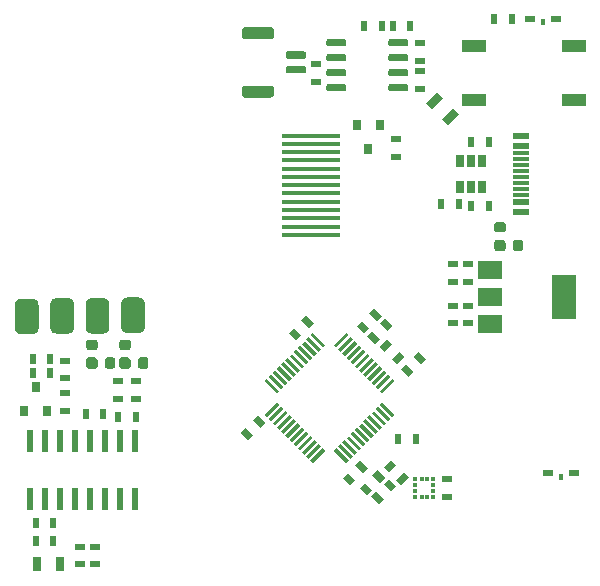
<source format=gbp>
G04 #@! TF.GenerationSoftware,KiCad,Pcbnew,5.1.5-52549c5~84~ubuntu19.10.1*
G04 #@! TF.CreationDate,2020-03-02T22:50:26+01:00*
G04 #@! TF.ProjectId,scale,7363616c-652e-46b6-9963-61645f706362,rev?*
G04 #@! TF.SameCoordinates,Original*
G04 #@! TF.FileFunction,Paste,Bot*
G04 #@! TF.FilePolarity,Positive*
%FSLAX46Y46*%
G04 Gerber Fmt 4.6, Leading zero omitted, Abs format (unit mm)*
G04 Created by KiCad (PCBNEW 5.1.5-52549c5~84~ubuntu19.10.1) date 2020-03-02 22:50:26*
%MOMM*%
%LPD*%
G04 APERTURE LIST*
%ADD10R,0.400000X0.500000*%
%ADD11R,0.900000X0.500000*%
%ADD12R,0.600000X0.900000*%
%ADD13R,0.350000X0.375000*%
%ADD14R,0.375000X0.350000*%
%ADD15R,0.900000X0.600000*%
%ADD16C,0.100000*%
%ADD17R,2.000000X1.000000*%
%ADD18R,0.600000X1.950000*%
%ADD19R,0.700000X1.300000*%
%ADD20R,0.800000X0.900000*%
%ADD21R,1.450000X0.600000*%
%ADD22R,1.450000X0.300000*%
%ADD23R,2.000000X1.500000*%
%ADD24R,2.000000X3.800000*%
%ADD25R,0.650000X1.060000*%
%ADD26R,5.000000X0.400000*%
G04 APERTURE END LIST*
D10*
X222350000Y-104100000D03*
D11*
X223450000Y-103800000D03*
X221250000Y-103800000D03*
D10*
X223925000Y-142575000D03*
D11*
X225025000Y-142275000D03*
X222825000Y-142275000D03*
D12*
X211650000Y-139350000D03*
X210150000Y-139350000D03*
D13*
X212100000Y-144312500D03*
X212600000Y-144312500D03*
X212600000Y-142787500D03*
X212100000Y-142787500D03*
D14*
X213112500Y-144300000D03*
X211587500Y-144300000D03*
X213112500Y-142800000D03*
X211587500Y-142800000D03*
X213112500Y-143300000D03*
X213112500Y-143800000D03*
X211587500Y-143300000D03*
X211587500Y-143800000D03*
D15*
X214250000Y-144300000D03*
X214250000Y-142800000D03*
X184450000Y-148500000D03*
X184450000Y-150000000D03*
X183200000Y-148500000D03*
X183200000Y-150000000D03*
D16*
G36*
X213935356Y-110516117D02*
G01*
X213016117Y-111435356D01*
X212521142Y-110940381D01*
X213440381Y-110021142D01*
X213935356Y-110516117D01*
G37*
G36*
X215278858Y-111859619D02*
G01*
X214359619Y-112778858D01*
X213864644Y-112283883D01*
X214783883Y-111364644D01*
X215278858Y-111859619D01*
G37*
D15*
X209900000Y-114000000D03*
X209900000Y-115500000D03*
D16*
G36*
X185977691Y-132476053D02*
G01*
X185998926Y-132479203D01*
X186019750Y-132484419D01*
X186039962Y-132491651D01*
X186059368Y-132500830D01*
X186077781Y-132511866D01*
X186095024Y-132524654D01*
X186110930Y-132539070D01*
X186125346Y-132554976D01*
X186138134Y-132572219D01*
X186149170Y-132590632D01*
X186158349Y-132610038D01*
X186165581Y-132630250D01*
X186170797Y-132651074D01*
X186173947Y-132672309D01*
X186175000Y-132693750D01*
X186175000Y-133206250D01*
X186173947Y-133227691D01*
X186170797Y-133248926D01*
X186165581Y-133269750D01*
X186158349Y-133289962D01*
X186149170Y-133309368D01*
X186138134Y-133327781D01*
X186125346Y-133345024D01*
X186110930Y-133360930D01*
X186095024Y-133375346D01*
X186077781Y-133388134D01*
X186059368Y-133399170D01*
X186039962Y-133408349D01*
X186019750Y-133415581D01*
X185998926Y-133420797D01*
X185977691Y-133423947D01*
X185956250Y-133425000D01*
X185518750Y-133425000D01*
X185497309Y-133423947D01*
X185476074Y-133420797D01*
X185455250Y-133415581D01*
X185435038Y-133408349D01*
X185415632Y-133399170D01*
X185397219Y-133388134D01*
X185379976Y-133375346D01*
X185364070Y-133360930D01*
X185349654Y-133345024D01*
X185336866Y-133327781D01*
X185325830Y-133309368D01*
X185316651Y-133289962D01*
X185309419Y-133269750D01*
X185304203Y-133248926D01*
X185301053Y-133227691D01*
X185300000Y-133206250D01*
X185300000Y-132693750D01*
X185301053Y-132672309D01*
X185304203Y-132651074D01*
X185309419Y-132630250D01*
X185316651Y-132610038D01*
X185325830Y-132590632D01*
X185336866Y-132572219D01*
X185349654Y-132554976D01*
X185364070Y-132539070D01*
X185379976Y-132524654D01*
X185397219Y-132511866D01*
X185415632Y-132500830D01*
X185435038Y-132491651D01*
X185455250Y-132484419D01*
X185476074Y-132479203D01*
X185497309Y-132476053D01*
X185518750Y-132475000D01*
X185956250Y-132475000D01*
X185977691Y-132476053D01*
G37*
G36*
X184402691Y-132476053D02*
G01*
X184423926Y-132479203D01*
X184444750Y-132484419D01*
X184464962Y-132491651D01*
X184484368Y-132500830D01*
X184502781Y-132511866D01*
X184520024Y-132524654D01*
X184535930Y-132539070D01*
X184550346Y-132554976D01*
X184563134Y-132572219D01*
X184574170Y-132590632D01*
X184583349Y-132610038D01*
X184590581Y-132630250D01*
X184595797Y-132651074D01*
X184598947Y-132672309D01*
X184600000Y-132693750D01*
X184600000Y-133206250D01*
X184598947Y-133227691D01*
X184595797Y-133248926D01*
X184590581Y-133269750D01*
X184583349Y-133289962D01*
X184574170Y-133309368D01*
X184563134Y-133327781D01*
X184550346Y-133345024D01*
X184535930Y-133360930D01*
X184520024Y-133375346D01*
X184502781Y-133388134D01*
X184484368Y-133399170D01*
X184464962Y-133408349D01*
X184444750Y-133415581D01*
X184423926Y-133420797D01*
X184402691Y-133423947D01*
X184381250Y-133425000D01*
X183943750Y-133425000D01*
X183922309Y-133423947D01*
X183901074Y-133420797D01*
X183880250Y-133415581D01*
X183860038Y-133408349D01*
X183840632Y-133399170D01*
X183822219Y-133388134D01*
X183804976Y-133375346D01*
X183789070Y-133360930D01*
X183774654Y-133345024D01*
X183761866Y-133327781D01*
X183750830Y-133309368D01*
X183741651Y-133289962D01*
X183734419Y-133269750D01*
X183729203Y-133248926D01*
X183726053Y-133227691D01*
X183725000Y-133206250D01*
X183725000Y-132693750D01*
X183726053Y-132672309D01*
X183729203Y-132651074D01*
X183734419Y-132630250D01*
X183741651Y-132610038D01*
X183750830Y-132590632D01*
X183761866Y-132572219D01*
X183774654Y-132554976D01*
X183789070Y-132539070D01*
X183804976Y-132524654D01*
X183822219Y-132511866D01*
X183840632Y-132500830D01*
X183860038Y-132491651D01*
X183880250Y-132484419D01*
X183901074Y-132479203D01*
X183922309Y-132476053D01*
X183943750Y-132475000D01*
X184381250Y-132475000D01*
X184402691Y-132476053D01*
G37*
G36*
X184477691Y-130976053D02*
G01*
X184498926Y-130979203D01*
X184519750Y-130984419D01*
X184539962Y-130991651D01*
X184559368Y-131000830D01*
X184577781Y-131011866D01*
X184595024Y-131024654D01*
X184610930Y-131039070D01*
X184625346Y-131054976D01*
X184638134Y-131072219D01*
X184649170Y-131090632D01*
X184658349Y-131110038D01*
X184665581Y-131130250D01*
X184670797Y-131151074D01*
X184673947Y-131172309D01*
X184675000Y-131193750D01*
X184675000Y-131631250D01*
X184673947Y-131652691D01*
X184670797Y-131673926D01*
X184665581Y-131694750D01*
X184658349Y-131714962D01*
X184649170Y-131734368D01*
X184638134Y-131752781D01*
X184625346Y-131770024D01*
X184610930Y-131785930D01*
X184595024Y-131800346D01*
X184577781Y-131813134D01*
X184559368Y-131824170D01*
X184539962Y-131833349D01*
X184519750Y-131840581D01*
X184498926Y-131845797D01*
X184477691Y-131848947D01*
X184456250Y-131850000D01*
X183943750Y-131850000D01*
X183922309Y-131848947D01*
X183901074Y-131845797D01*
X183880250Y-131840581D01*
X183860038Y-131833349D01*
X183840632Y-131824170D01*
X183822219Y-131813134D01*
X183804976Y-131800346D01*
X183789070Y-131785930D01*
X183774654Y-131770024D01*
X183761866Y-131752781D01*
X183750830Y-131734368D01*
X183741651Y-131714962D01*
X183734419Y-131694750D01*
X183729203Y-131673926D01*
X183726053Y-131652691D01*
X183725000Y-131631250D01*
X183725000Y-131193750D01*
X183726053Y-131172309D01*
X183729203Y-131151074D01*
X183734419Y-131130250D01*
X183741651Y-131110038D01*
X183750830Y-131090632D01*
X183761866Y-131072219D01*
X183774654Y-131054976D01*
X183789070Y-131039070D01*
X183804976Y-131024654D01*
X183822219Y-131011866D01*
X183840632Y-131000830D01*
X183860038Y-130991651D01*
X183880250Y-130984419D01*
X183901074Y-130979203D01*
X183922309Y-130976053D01*
X183943750Y-130975000D01*
X184456250Y-130975000D01*
X184477691Y-130976053D01*
G37*
G36*
X184477691Y-132551053D02*
G01*
X184498926Y-132554203D01*
X184519750Y-132559419D01*
X184539962Y-132566651D01*
X184559368Y-132575830D01*
X184577781Y-132586866D01*
X184595024Y-132599654D01*
X184610930Y-132614070D01*
X184625346Y-132629976D01*
X184638134Y-132647219D01*
X184649170Y-132665632D01*
X184658349Y-132685038D01*
X184665581Y-132705250D01*
X184670797Y-132726074D01*
X184673947Y-132747309D01*
X184675000Y-132768750D01*
X184675000Y-133206250D01*
X184673947Y-133227691D01*
X184670797Y-133248926D01*
X184665581Y-133269750D01*
X184658349Y-133289962D01*
X184649170Y-133309368D01*
X184638134Y-133327781D01*
X184625346Y-133345024D01*
X184610930Y-133360930D01*
X184595024Y-133375346D01*
X184577781Y-133388134D01*
X184559368Y-133399170D01*
X184539962Y-133408349D01*
X184519750Y-133415581D01*
X184498926Y-133420797D01*
X184477691Y-133423947D01*
X184456250Y-133425000D01*
X183943750Y-133425000D01*
X183922309Y-133423947D01*
X183901074Y-133420797D01*
X183880250Y-133415581D01*
X183860038Y-133408349D01*
X183840632Y-133399170D01*
X183822219Y-133388134D01*
X183804976Y-133375346D01*
X183789070Y-133360930D01*
X183774654Y-133345024D01*
X183761866Y-133327781D01*
X183750830Y-133309368D01*
X183741651Y-133289962D01*
X183734419Y-133269750D01*
X183729203Y-133248926D01*
X183726053Y-133227691D01*
X183725000Y-133206250D01*
X183725000Y-132768750D01*
X183726053Y-132747309D01*
X183729203Y-132726074D01*
X183734419Y-132705250D01*
X183741651Y-132685038D01*
X183750830Y-132665632D01*
X183761866Y-132647219D01*
X183774654Y-132629976D01*
X183789070Y-132614070D01*
X183804976Y-132599654D01*
X183822219Y-132586866D01*
X183840632Y-132575830D01*
X183860038Y-132566651D01*
X183880250Y-132559419D01*
X183901074Y-132554203D01*
X183922309Y-132551053D01*
X183943750Y-132550000D01*
X184456250Y-132550000D01*
X184477691Y-132551053D01*
G37*
G36*
X188777691Y-132476053D02*
G01*
X188798926Y-132479203D01*
X188819750Y-132484419D01*
X188839962Y-132491651D01*
X188859368Y-132500830D01*
X188877781Y-132511866D01*
X188895024Y-132524654D01*
X188910930Y-132539070D01*
X188925346Y-132554976D01*
X188938134Y-132572219D01*
X188949170Y-132590632D01*
X188958349Y-132610038D01*
X188965581Y-132630250D01*
X188970797Y-132651074D01*
X188973947Y-132672309D01*
X188975000Y-132693750D01*
X188975000Y-133206250D01*
X188973947Y-133227691D01*
X188970797Y-133248926D01*
X188965581Y-133269750D01*
X188958349Y-133289962D01*
X188949170Y-133309368D01*
X188938134Y-133327781D01*
X188925346Y-133345024D01*
X188910930Y-133360930D01*
X188895024Y-133375346D01*
X188877781Y-133388134D01*
X188859368Y-133399170D01*
X188839962Y-133408349D01*
X188819750Y-133415581D01*
X188798926Y-133420797D01*
X188777691Y-133423947D01*
X188756250Y-133425000D01*
X188318750Y-133425000D01*
X188297309Y-133423947D01*
X188276074Y-133420797D01*
X188255250Y-133415581D01*
X188235038Y-133408349D01*
X188215632Y-133399170D01*
X188197219Y-133388134D01*
X188179976Y-133375346D01*
X188164070Y-133360930D01*
X188149654Y-133345024D01*
X188136866Y-133327781D01*
X188125830Y-133309368D01*
X188116651Y-133289962D01*
X188109419Y-133269750D01*
X188104203Y-133248926D01*
X188101053Y-133227691D01*
X188100000Y-133206250D01*
X188100000Y-132693750D01*
X188101053Y-132672309D01*
X188104203Y-132651074D01*
X188109419Y-132630250D01*
X188116651Y-132610038D01*
X188125830Y-132590632D01*
X188136866Y-132572219D01*
X188149654Y-132554976D01*
X188164070Y-132539070D01*
X188179976Y-132524654D01*
X188197219Y-132511866D01*
X188215632Y-132500830D01*
X188235038Y-132491651D01*
X188255250Y-132484419D01*
X188276074Y-132479203D01*
X188297309Y-132476053D01*
X188318750Y-132475000D01*
X188756250Y-132475000D01*
X188777691Y-132476053D01*
G37*
G36*
X187202691Y-132476053D02*
G01*
X187223926Y-132479203D01*
X187244750Y-132484419D01*
X187264962Y-132491651D01*
X187284368Y-132500830D01*
X187302781Y-132511866D01*
X187320024Y-132524654D01*
X187335930Y-132539070D01*
X187350346Y-132554976D01*
X187363134Y-132572219D01*
X187374170Y-132590632D01*
X187383349Y-132610038D01*
X187390581Y-132630250D01*
X187395797Y-132651074D01*
X187398947Y-132672309D01*
X187400000Y-132693750D01*
X187400000Y-133206250D01*
X187398947Y-133227691D01*
X187395797Y-133248926D01*
X187390581Y-133269750D01*
X187383349Y-133289962D01*
X187374170Y-133309368D01*
X187363134Y-133327781D01*
X187350346Y-133345024D01*
X187335930Y-133360930D01*
X187320024Y-133375346D01*
X187302781Y-133388134D01*
X187284368Y-133399170D01*
X187264962Y-133408349D01*
X187244750Y-133415581D01*
X187223926Y-133420797D01*
X187202691Y-133423947D01*
X187181250Y-133425000D01*
X186743750Y-133425000D01*
X186722309Y-133423947D01*
X186701074Y-133420797D01*
X186680250Y-133415581D01*
X186660038Y-133408349D01*
X186640632Y-133399170D01*
X186622219Y-133388134D01*
X186604976Y-133375346D01*
X186589070Y-133360930D01*
X186574654Y-133345024D01*
X186561866Y-133327781D01*
X186550830Y-133309368D01*
X186541651Y-133289962D01*
X186534419Y-133269750D01*
X186529203Y-133248926D01*
X186526053Y-133227691D01*
X186525000Y-133206250D01*
X186525000Y-132693750D01*
X186526053Y-132672309D01*
X186529203Y-132651074D01*
X186534419Y-132630250D01*
X186541651Y-132610038D01*
X186550830Y-132590632D01*
X186561866Y-132572219D01*
X186574654Y-132554976D01*
X186589070Y-132539070D01*
X186604976Y-132524654D01*
X186622219Y-132511866D01*
X186640632Y-132500830D01*
X186660038Y-132491651D01*
X186680250Y-132484419D01*
X186701074Y-132479203D01*
X186722309Y-132476053D01*
X186743750Y-132475000D01*
X187181250Y-132475000D01*
X187202691Y-132476053D01*
G37*
G36*
X187277691Y-130976053D02*
G01*
X187298926Y-130979203D01*
X187319750Y-130984419D01*
X187339962Y-130991651D01*
X187359368Y-131000830D01*
X187377781Y-131011866D01*
X187395024Y-131024654D01*
X187410930Y-131039070D01*
X187425346Y-131054976D01*
X187438134Y-131072219D01*
X187449170Y-131090632D01*
X187458349Y-131110038D01*
X187465581Y-131130250D01*
X187470797Y-131151074D01*
X187473947Y-131172309D01*
X187475000Y-131193750D01*
X187475000Y-131631250D01*
X187473947Y-131652691D01*
X187470797Y-131673926D01*
X187465581Y-131694750D01*
X187458349Y-131714962D01*
X187449170Y-131734368D01*
X187438134Y-131752781D01*
X187425346Y-131770024D01*
X187410930Y-131785930D01*
X187395024Y-131800346D01*
X187377781Y-131813134D01*
X187359368Y-131824170D01*
X187339962Y-131833349D01*
X187319750Y-131840581D01*
X187298926Y-131845797D01*
X187277691Y-131848947D01*
X187256250Y-131850000D01*
X186743750Y-131850000D01*
X186722309Y-131848947D01*
X186701074Y-131845797D01*
X186680250Y-131840581D01*
X186660038Y-131833349D01*
X186640632Y-131824170D01*
X186622219Y-131813134D01*
X186604976Y-131800346D01*
X186589070Y-131785930D01*
X186574654Y-131770024D01*
X186561866Y-131752781D01*
X186550830Y-131734368D01*
X186541651Y-131714962D01*
X186534419Y-131694750D01*
X186529203Y-131673926D01*
X186526053Y-131652691D01*
X186525000Y-131631250D01*
X186525000Y-131193750D01*
X186526053Y-131172309D01*
X186529203Y-131151074D01*
X186534419Y-131130250D01*
X186541651Y-131110038D01*
X186550830Y-131090632D01*
X186561866Y-131072219D01*
X186574654Y-131054976D01*
X186589070Y-131039070D01*
X186604976Y-131024654D01*
X186622219Y-131011866D01*
X186640632Y-131000830D01*
X186660038Y-130991651D01*
X186680250Y-130984419D01*
X186701074Y-130979203D01*
X186722309Y-130976053D01*
X186743750Y-130975000D01*
X187256250Y-130975000D01*
X187277691Y-130976053D01*
G37*
G36*
X187277691Y-132551053D02*
G01*
X187298926Y-132554203D01*
X187319750Y-132559419D01*
X187339962Y-132566651D01*
X187359368Y-132575830D01*
X187377781Y-132586866D01*
X187395024Y-132599654D01*
X187410930Y-132614070D01*
X187425346Y-132629976D01*
X187438134Y-132647219D01*
X187449170Y-132665632D01*
X187458349Y-132685038D01*
X187465581Y-132705250D01*
X187470797Y-132726074D01*
X187473947Y-132747309D01*
X187475000Y-132768750D01*
X187475000Y-133206250D01*
X187473947Y-133227691D01*
X187470797Y-133248926D01*
X187465581Y-133269750D01*
X187458349Y-133289962D01*
X187449170Y-133309368D01*
X187438134Y-133327781D01*
X187425346Y-133345024D01*
X187410930Y-133360930D01*
X187395024Y-133375346D01*
X187377781Y-133388134D01*
X187359368Y-133399170D01*
X187339962Y-133408349D01*
X187319750Y-133415581D01*
X187298926Y-133420797D01*
X187277691Y-133423947D01*
X187256250Y-133425000D01*
X186743750Y-133425000D01*
X186722309Y-133423947D01*
X186701074Y-133420797D01*
X186680250Y-133415581D01*
X186660038Y-133408349D01*
X186640632Y-133399170D01*
X186622219Y-133388134D01*
X186604976Y-133375346D01*
X186589070Y-133360930D01*
X186574654Y-133345024D01*
X186561866Y-133327781D01*
X186550830Y-133309368D01*
X186541651Y-133289962D01*
X186534419Y-133269750D01*
X186529203Y-133248926D01*
X186526053Y-133227691D01*
X186525000Y-133206250D01*
X186525000Y-132768750D01*
X186526053Y-132747309D01*
X186529203Y-132726074D01*
X186534419Y-132705250D01*
X186541651Y-132685038D01*
X186550830Y-132665632D01*
X186561866Y-132647219D01*
X186574654Y-132629976D01*
X186589070Y-132614070D01*
X186604976Y-132599654D01*
X186622219Y-132586866D01*
X186640632Y-132575830D01*
X186660038Y-132566651D01*
X186680250Y-132559419D01*
X186701074Y-132554203D01*
X186722309Y-132551053D01*
X186743750Y-132550000D01*
X187256250Y-132550000D01*
X187277691Y-132551053D01*
G37*
D17*
X216550000Y-110650000D03*
X216550000Y-106150000D03*
X225050000Y-106150000D03*
X225050000Y-110650000D03*
D15*
X212000000Y-108250000D03*
X212000000Y-109750000D03*
D16*
G36*
X199374504Y-104526204D02*
G01*
X199398773Y-104529804D01*
X199422571Y-104535765D01*
X199445671Y-104544030D01*
X199467849Y-104554520D01*
X199488893Y-104567133D01*
X199508598Y-104581747D01*
X199526777Y-104598223D01*
X199543253Y-104616402D01*
X199557867Y-104636107D01*
X199570480Y-104657151D01*
X199580970Y-104679329D01*
X199589235Y-104702429D01*
X199595196Y-104726227D01*
X199598796Y-104750496D01*
X199600000Y-104775000D01*
X199600000Y-105275000D01*
X199598796Y-105299504D01*
X199595196Y-105323773D01*
X199589235Y-105347571D01*
X199580970Y-105370671D01*
X199570480Y-105392849D01*
X199557867Y-105413893D01*
X199543253Y-105433598D01*
X199526777Y-105451777D01*
X199508598Y-105468253D01*
X199488893Y-105482867D01*
X199467849Y-105495480D01*
X199445671Y-105505970D01*
X199422571Y-105514235D01*
X199398773Y-105520196D01*
X199374504Y-105523796D01*
X199350000Y-105525000D01*
X197150000Y-105525000D01*
X197125496Y-105523796D01*
X197101227Y-105520196D01*
X197077429Y-105514235D01*
X197054329Y-105505970D01*
X197032151Y-105495480D01*
X197011107Y-105482867D01*
X196991402Y-105468253D01*
X196973223Y-105451777D01*
X196956747Y-105433598D01*
X196942133Y-105413893D01*
X196929520Y-105392849D01*
X196919030Y-105370671D01*
X196910765Y-105347571D01*
X196904804Y-105323773D01*
X196901204Y-105299504D01*
X196900000Y-105275000D01*
X196900000Y-104775000D01*
X196901204Y-104750496D01*
X196904804Y-104726227D01*
X196910765Y-104702429D01*
X196919030Y-104679329D01*
X196929520Y-104657151D01*
X196942133Y-104636107D01*
X196956747Y-104616402D01*
X196973223Y-104598223D01*
X196991402Y-104581747D01*
X197011107Y-104567133D01*
X197032151Y-104554520D01*
X197054329Y-104544030D01*
X197077429Y-104535765D01*
X197101227Y-104529804D01*
X197125496Y-104526204D01*
X197150000Y-104525000D01*
X199350000Y-104525000D01*
X199374504Y-104526204D01*
G37*
G36*
X199374504Y-109476204D02*
G01*
X199398773Y-109479804D01*
X199422571Y-109485765D01*
X199445671Y-109494030D01*
X199467849Y-109504520D01*
X199488893Y-109517133D01*
X199508598Y-109531747D01*
X199526777Y-109548223D01*
X199543253Y-109566402D01*
X199557867Y-109586107D01*
X199570480Y-109607151D01*
X199580970Y-109629329D01*
X199589235Y-109652429D01*
X199595196Y-109676227D01*
X199598796Y-109700496D01*
X199600000Y-109725000D01*
X199600000Y-110225000D01*
X199598796Y-110249504D01*
X199595196Y-110273773D01*
X199589235Y-110297571D01*
X199580970Y-110320671D01*
X199570480Y-110342849D01*
X199557867Y-110363893D01*
X199543253Y-110383598D01*
X199526777Y-110401777D01*
X199508598Y-110418253D01*
X199488893Y-110432867D01*
X199467849Y-110445480D01*
X199445671Y-110455970D01*
X199422571Y-110464235D01*
X199398773Y-110470196D01*
X199374504Y-110473796D01*
X199350000Y-110475000D01*
X197150000Y-110475000D01*
X197125496Y-110473796D01*
X197101227Y-110470196D01*
X197077429Y-110464235D01*
X197054329Y-110455970D01*
X197032151Y-110445480D01*
X197011107Y-110432867D01*
X196991402Y-110418253D01*
X196973223Y-110401777D01*
X196956747Y-110383598D01*
X196942133Y-110363893D01*
X196929520Y-110342849D01*
X196919030Y-110320671D01*
X196910765Y-110297571D01*
X196904804Y-110273773D01*
X196901204Y-110249504D01*
X196900000Y-110225000D01*
X196900000Y-109725000D01*
X196901204Y-109700496D01*
X196904804Y-109676227D01*
X196910765Y-109652429D01*
X196919030Y-109629329D01*
X196929520Y-109607151D01*
X196942133Y-109586107D01*
X196956747Y-109566402D01*
X196973223Y-109548223D01*
X196991402Y-109531747D01*
X197011107Y-109517133D01*
X197032151Y-109504520D01*
X197054329Y-109494030D01*
X197077429Y-109485765D01*
X197101227Y-109479804D01*
X197125496Y-109476204D01*
X197150000Y-109475000D01*
X199350000Y-109475000D01*
X199374504Y-109476204D01*
G37*
G36*
X202164703Y-106575722D02*
G01*
X202179264Y-106577882D01*
X202193543Y-106581459D01*
X202207403Y-106586418D01*
X202220710Y-106592712D01*
X202233336Y-106600280D01*
X202245159Y-106609048D01*
X202256066Y-106618934D01*
X202265952Y-106629841D01*
X202274720Y-106641664D01*
X202282288Y-106654290D01*
X202288582Y-106667597D01*
X202293541Y-106681457D01*
X202297118Y-106695736D01*
X202299278Y-106710297D01*
X202300000Y-106725000D01*
X202300000Y-107025000D01*
X202299278Y-107039703D01*
X202297118Y-107054264D01*
X202293541Y-107068543D01*
X202288582Y-107082403D01*
X202282288Y-107095710D01*
X202274720Y-107108336D01*
X202265952Y-107120159D01*
X202256066Y-107131066D01*
X202245159Y-107140952D01*
X202233336Y-107149720D01*
X202220710Y-107157288D01*
X202207403Y-107163582D01*
X202193543Y-107168541D01*
X202179264Y-107172118D01*
X202164703Y-107174278D01*
X202150000Y-107175000D01*
X200750000Y-107175000D01*
X200735297Y-107174278D01*
X200720736Y-107172118D01*
X200706457Y-107168541D01*
X200692597Y-107163582D01*
X200679290Y-107157288D01*
X200666664Y-107149720D01*
X200654841Y-107140952D01*
X200643934Y-107131066D01*
X200634048Y-107120159D01*
X200625280Y-107108336D01*
X200617712Y-107095710D01*
X200611418Y-107082403D01*
X200606459Y-107068543D01*
X200602882Y-107054264D01*
X200600722Y-107039703D01*
X200600000Y-107025000D01*
X200600000Y-106725000D01*
X200600722Y-106710297D01*
X200602882Y-106695736D01*
X200606459Y-106681457D01*
X200611418Y-106667597D01*
X200617712Y-106654290D01*
X200625280Y-106641664D01*
X200634048Y-106629841D01*
X200643934Y-106618934D01*
X200654841Y-106609048D01*
X200666664Y-106600280D01*
X200679290Y-106592712D01*
X200692597Y-106586418D01*
X200706457Y-106581459D01*
X200720736Y-106577882D01*
X200735297Y-106575722D01*
X200750000Y-106575000D01*
X202150000Y-106575000D01*
X202164703Y-106575722D01*
G37*
G36*
X202164703Y-107825722D02*
G01*
X202179264Y-107827882D01*
X202193543Y-107831459D01*
X202207403Y-107836418D01*
X202220710Y-107842712D01*
X202233336Y-107850280D01*
X202245159Y-107859048D01*
X202256066Y-107868934D01*
X202265952Y-107879841D01*
X202274720Y-107891664D01*
X202282288Y-107904290D01*
X202288582Y-107917597D01*
X202293541Y-107931457D01*
X202297118Y-107945736D01*
X202299278Y-107960297D01*
X202300000Y-107975000D01*
X202300000Y-108275000D01*
X202299278Y-108289703D01*
X202297118Y-108304264D01*
X202293541Y-108318543D01*
X202288582Y-108332403D01*
X202282288Y-108345710D01*
X202274720Y-108358336D01*
X202265952Y-108370159D01*
X202256066Y-108381066D01*
X202245159Y-108390952D01*
X202233336Y-108399720D01*
X202220710Y-108407288D01*
X202207403Y-108413582D01*
X202193543Y-108418541D01*
X202179264Y-108422118D01*
X202164703Y-108424278D01*
X202150000Y-108425000D01*
X200750000Y-108425000D01*
X200735297Y-108424278D01*
X200720736Y-108422118D01*
X200706457Y-108418541D01*
X200692597Y-108413582D01*
X200679290Y-108407288D01*
X200666664Y-108399720D01*
X200654841Y-108390952D01*
X200643934Y-108381066D01*
X200634048Y-108370159D01*
X200625280Y-108358336D01*
X200617712Y-108345710D01*
X200611418Y-108332403D01*
X200606459Y-108318543D01*
X200602882Y-108304264D01*
X200600722Y-108289703D01*
X200600000Y-108275000D01*
X200600000Y-107975000D01*
X200600722Y-107960297D01*
X200602882Y-107945736D01*
X200606459Y-107931457D01*
X200611418Y-107917597D01*
X200617712Y-107904290D01*
X200625280Y-107891664D01*
X200634048Y-107879841D01*
X200643934Y-107868934D01*
X200654841Y-107859048D01*
X200666664Y-107850280D01*
X200679290Y-107842712D01*
X200692597Y-107836418D01*
X200706457Y-107831459D01*
X200720736Y-107827882D01*
X200735297Y-107825722D01*
X200750000Y-107825000D01*
X202150000Y-107825000D01*
X202164703Y-107825722D01*
G37*
G36*
X220527691Y-122526053D02*
G01*
X220548926Y-122529203D01*
X220569750Y-122534419D01*
X220589962Y-122541651D01*
X220609368Y-122550830D01*
X220627781Y-122561866D01*
X220645024Y-122574654D01*
X220660930Y-122589070D01*
X220675346Y-122604976D01*
X220688134Y-122622219D01*
X220699170Y-122640632D01*
X220708349Y-122660038D01*
X220715581Y-122680250D01*
X220720797Y-122701074D01*
X220723947Y-122722309D01*
X220725000Y-122743750D01*
X220725000Y-123256250D01*
X220723947Y-123277691D01*
X220720797Y-123298926D01*
X220715581Y-123319750D01*
X220708349Y-123339962D01*
X220699170Y-123359368D01*
X220688134Y-123377781D01*
X220675346Y-123395024D01*
X220660930Y-123410930D01*
X220645024Y-123425346D01*
X220627781Y-123438134D01*
X220609368Y-123449170D01*
X220589962Y-123458349D01*
X220569750Y-123465581D01*
X220548926Y-123470797D01*
X220527691Y-123473947D01*
X220506250Y-123475000D01*
X220068750Y-123475000D01*
X220047309Y-123473947D01*
X220026074Y-123470797D01*
X220005250Y-123465581D01*
X219985038Y-123458349D01*
X219965632Y-123449170D01*
X219947219Y-123438134D01*
X219929976Y-123425346D01*
X219914070Y-123410930D01*
X219899654Y-123395024D01*
X219886866Y-123377781D01*
X219875830Y-123359368D01*
X219866651Y-123339962D01*
X219859419Y-123319750D01*
X219854203Y-123298926D01*
X219851053Y-123277691D01*
X219850000Y-123256250D01*
X219850000Y-122743750D01*
X219851053Y-122722309D01*
X219854203Y-122701074D01*
X219859419Y-122680250D01*
X219866651Y-122660038D01*
X219875830Y-122640632D01*
X219886866Y-122622219D01*
X219899654Y-122604976D01*
X219914070Y-122589070D01*
X219929976Y-122574654D01*
X219947219Y-122561866D01*
X219965632Y-122550830D01*
X219985038Y-122541651D01*
X220005250Y-122534419D01*
X220026074Y-122529203D01*
X220047309Y-122526053D01*
X220068750Y-122525000D01*
X220506250Y-122525000D01*
X220527691Y-122526053D01*
G37*
G36*
X218952691Y-122526053D02*
G01*
X218973926Y-122529203D01*
X218994750Y-122534419D01*
X219014962Y-122541651D01*
X219034368Y-122550830D01*
X219052781Y-122561866D01*
X219070024Y-122574654D01*
X219085930Y-122589070D01*
X219100346Y-122604976D01*
X219113134Y-122622219D01*
X219124170Y-122640632D01*
X219133349Y-122660038D01*
X219140581Y-122680250D01*
X219145797Y-122701074D01*
X219148947Y-122722309D01*
X219150000Y-122743750D01*
X219150000Y-123256250D01*
X219148947Y-123277691D01*
X219145797Y-123298926D01*
X219140581Y-123319750D01*
X219133349Y-123339962D01*
X219124170Y-123359368D01*
X219113134Y-123377781D01*
X219100346Y-123395024D01*
X219085930Y-123410930D01*
X219070024Y-123425346D01*
X219052781Y-123438134D01*
X219034368Y-123449170D01*
X219014962Y-123458349D01*
X218994750Y-123465581D01*
X218973926Y-123470797D01*
X218952691Y-123473947D01*
X218931250Y-123475000D01*
X218493750Y-123475000D01*
X218472309Y-123473947D01*
X218451074Y-123470797D01*
X218430250Y-123465581D01*
X218410038Y-123458349D01*
X218390632Y-123449170D01*
X218372219Y-123438134D01*
X218354976Y-123425346D01*
X218339070Y-123410930D01*
X218324654Y-123395024D01*
X218311866Y-123377781D01*
X218300830Y-123359368D01*
X218291651Y-123339962D01*
X218284419Y-123319750D01*
X218279203Y-123298926D01*
X218276053Y-123277691D01*
X218275000Y-123256250D01*
X218275000Y-122743750D01*
X218276053Y-122722309D01*
X218279203Y-122701074D01*
X218284419Y-122680250D01*
X218291651Y-122660038D01*
X218300830Y-122640632D01*
X218311866Y-122622219D01*
X218324654Y-122604976D01*
X218339070Y-122589070D01*
X218354976Y-122574654D01*
X218372219Y-122561866D01*
X218390632Y-122550830D01*
X218410038Y-122541651D01*
X218430250Y-122534419D01*
X218451074Y-122529203D01*
X218472309Y-122526053D01*
X218493750Y-122525000D01*
X218931250Y-122525000D01*
X218952691Y-122526053D01*
G37*
G36*
X219027691Y-121026053D02*
G01*
X219048926Y-121029203D01*
X219069750Y-121034419D01*
X219089962Y-121041651D01*
X219109368Y-121050830D01*
X219127781Y-121061866D01*
X219145024Y-121074654D01*
X219160930Y-121089070D01*
X219175346Y-121104976D01*
X219188134Y-121122219D01*
X219199170Y-121140632D01*
X219208349Y-121160038D01*
X219215581Y-121180250D01*
X219220797Y-121201074D01*
X219223947Y-121222309D01*
X219225000Y-121243750D01*
X219225000Y-121681250D01*
X219223947Y-121702691D01*
X219220797Y-121723926D01*
X219215581Y-121744750D01*
X219208349Y-121764962D01*
X219199170Y-121784368D01*
X219188134Y-121802781D01*
X219175346Y-121820024D01*
X219160930Y-121835930D01*
X219145024Y-121850346D01*
X219127781Y-121863134D01*
X219109368Y-121874170D01*
X219089962Y-121883349D01*
X219069750Y-121890581D01*
X219048926Y-121895797D01*
X219027691Y-121898947D01*
X219006250Y-121900000D01*
X218493750Y-121900000D01*
X218472309Y-121898947D01*
X218451074Y-121895797D01*
X218430250Y-121890581D01*
X218410038Y-121883349D01*
X218390632Y-121874170D01*
X218372219Y-121863134D01*
X218354976Y-121850346D01*
X218339070Y-121835930D01*
X218324654Y-121820024D01*
X218311866Y-121802781D01*
X218300830Y-121784368D01*
X218291651Y-121764962D01*
X218284419Y-121744750D01*
X218279203Y-121723926D01*
X218276053Y-121702691D01*
X218275000Y-121681250D01*
X218275000Y-121243750D01*
X218276053Y-121222309D01*
X218279203Y-121201074D01*
X218284419Y-121180250D01*
X218291651Y-121160038D01*
X218300830Y-121140632D01*
X218311866Y-121122219D01*
X218324654Y-121104976D01*
X218339070Y-121089070D01*
X218354976Y-121074654D01*
X218372219Y-121061866D01*
X218390632Y-121050830D01*
X218410038Y-121041651D01*
X218430250Y-121034419D01*
X218451074Y-121029203D01*
X218472309Y-121026053D01*
X218493750Y-121025000D01*
X219006250Y-121025000D01*
X219027691Y-121026053D01*
G37*
G36*
X219027691Y-122601053D02*
G01*
X219048926Y-122604203D01*
X219069750Y-122609419D01*
X219089962Y-122616651D01*
X219109368Y-122625830D01*
X219127781Y-122636866D01*
X219145024Y-122649654D01*
X219160930Y-122664070D01*
X219175346Y-122679976D01*
X219188134Y-122697219D01*
X219199170Y-122715632D01*
X219208349Y-122735038D01*
X219215581Y-122755250D01*
X219220797Y-122776074D01*
X219223947Y-122797309D01*
X219225000Y-122818750D01*
X219225000Y-123256250D01*
X219223947Y-123277691D01*
X219220797Y-123298926D01*
X219215581Y-123319750D01*
X219208349Y-123339962D01*
X219199170Y-123359368D01*
X219188134Y-123377781D01*
X219175346Y-123395024D01*
X219160930Y-123410930D01*
X219145024Y-123425346D01*
X219127781Y-123438134D01*
X219109368Y-123449170D01*
X219089962Y-123458349D01*
X219069750Y-123465581D01*
X219048926Y-123470797D01*
X219027691Y-123473947D01*
X219006250Y-123475000D01*
X218493750Y-123475000D01*
X218472309Y-123473947D01*
X218451074Y-123470797D01*
X218430250Y-123465581D01*
X218410038Y-123458349D01*
X218390632Y-123449170D01*
X218372219Y-123438134D01*
X218354976Y-123425346D01*
X218339070Y-123410930D01*
X218324654Y-123395024D01*
X218311866Y-123377781D01*
X218300830Y-123359368D01*
X218291651Y-123339962D01*
X218284419Y-123319750D01*
X218279203Y-123298926D01*
X218276053Y-123277691D01*
X218275000Y-123256250D01*
X218275000Y-122818750D01*
X218276053Y-122797309D01*
X218279203Y-122776074D01*
X218284419Y-122755250D01*
X218291651Y-122735038D01*
X218300830Y-122715632D01*
X218311866Y-122697219D01*
X218324654Y-122679976D01*
X218339070Y-122664070D01*
X218354976Y-122649654D01*
X218372219Y-122636866D01*
X218390632Y-122625830D01*
X218410038Y-122616651D01*
X218430250Y-122609419D01*
X218451074Y-122604203D01*
X218472309Y-122601053D01*
X218493750Y-122600000D01*
X219006250Y-122600000D01*
X219027691Y-122601053D01*
G37*
G36*
X205564703Y-105545722D02*
G01*
X205579264Y-105547882D01*
X205593543Y-105551459D01*
X205607403Y-105556418D01*
X205620710Y-105562712D01*
X205633336Y-105570280D01*
X205645159Y-105579048D01*
X205656066Y-105588934D01*
X205665952Y-105599841D01*
X205674720Y-105611664D01*
X205682288Y-105624290D01*
X205688582Y-105637597D01*
X205693541Y-105651457D01*
X205697118Y-105665736D01*
X205699278Y-105680297D01*
X205700000Y-105695000D01*
X205700000Y-105995000D01*
X205699278Y-106009703D01*
X205697118Y-106024264D01*
X205693541Y-106038543D01*
X205688582Y-106052403D01*
X205682288Y-106065710D01*
X205674720Y-106078336D01*
X205665952Y-106090159D01*
X205656066Y-106101066D01*
X205645159Y-106110952D01*
X205633336Y-106119720D01*
X205620710Y-106127288D01*
X205607403Y-106133582D01*
X205593543Y-106138541D01*
X205579264Y-106142118D01*
X205564703Y-106144278D01*
X205550000Y-106145000D01*
X204200000Y-106145000D01*
X204185297Y-106144278D01*
X204170736Y-106142118D01*
X204156457Y-106138541D01*
X204142597Y-106133582D01*
X204129290Y-106127288D01*
X204116664Y-106119720D01*
X204104841Y-106110952D01*
X204093934Y-106101066D01*
X204084048Y-106090159D01*
X204075280Y-106078336D01*
X204067712Y-106065710D01*
X204061418Y-106052403D01*
X204056459Y-106038543D01*
X204052882Y-106024264D01*
X204050722Y-106009703D01*
X204050000Y-105995000D01*
X204050000Y-105695000D01*
X204050722Y-105680297D01*
X204052882Y-105665736D01*
X204056459Y-105651457D01*
X204061418Y-105637597D01*
X204067712Y-105624290D01*
X204075280Y-105611664D01*
X204084048Y-105599841D01*
X204093934Y-105588934D01*
X204104841Y-105579048D01*
X204116664Y-105570280D01*
X204129290Y-105562712D01*
X204142597Y-105556418D01*
X204156457Y-105551459D01*
X204170736Y-105547882D01*
X204185297Y-105545722D01*
X204200000Y-105545000D01*
X205550000Y-105545000D01*
X205564703Y-105545722D01*
G37*
G36*
X205564703Y-106815722D02*
G01*
X205579264Y-106817882D01*
X205593543Y-106821459D01*
X205607403Y-106826418D01*
X205620710Y-106832712D01*
X205633336Y-106840280D01*
X205645159Y-106849048D01*
X205656066Y-106858934D01*
X205665952Y-106869841D01*
X205674720Y-106881664D01*
X205682288Y-106894290D01*
X205688582Y-106907597D01*
X205693541Y-106921457D01*
X205697118Y-106935736D01*
X205699278Y-106950297D01*
X205700000Y-106965000D01*
X205700000Y-107265000D01*
X205699278Y-107279703D01*
X205697118Y-107294264D01*
X205693541Y-107308543D01*
X205688582Y-107322403D01*
X205682288Y-107335710D01*
X205674720Y-107348336D01*
X205665952Y-107360159D01*
X205656066Y-107371066D01*
X205645159Y-107380952D01*
X205633336Y-107389720D01*
X205620710Y-107397288D01*
X205607403Y-107403582D01*
X205593543Y-107408541D01*
X205579264Y-107412118D01*
X205564703Y-107414278D01*
X205550000Y-107415000D01*
X204200000Y-107415000D01*
X204185297Y-107414278D01*
X204170736Y-107412118D01*
X204156457Y-107408541D01*
X204142597Y-107403582D01*
X204129290Y-107397288D01*
X204116664Y-107389720D01*
X204104841Y-107380952D01*
X204093934Y-107371066D01*
X204084048Y-107360159D01*
X204075280Y-107348336D01*
X204067712Y-107335710D01*
X204061418Y-107322403D01*
X204056459Y-107308543D01*
X204052882Y-107294264D01*
X204050722Y-107279703D01*
X204050000Y-107265000D01*
X204050000Y-106965000D01*
X204050722Y-106950297D01*
X204052882Y-106935736D01*
X204056459Y-106921457D01*
X204061418Y-106907597D01*
X204067712Y-106894290D01*
X204075280Y-106881664D01*
X204084048Y-106869841D01*
X204093934Y-106858934D01*
X204104841Y-106849048D01*
X204116664Y-106840280D01*
X204129290Y-106832712D01*
X204142597Y-106826418D01*
X204156457Y-106821459D01*
X204170736Y-106817882D01*
X204185297Y-106815722D01*
X204200000Y-106815000D01*
X205550000Y-106815000D01*
X205564703Y-106815722D01*
G37*
G36*
X205564703Y-108085722D02*
G01*
X205579264Y-108087882D01*
X205593543Y-108091459D01*
X205607403Y-108096418D01*
X205620710Y-108102712D01*
X205633336Y-108110280D01*
X205645159Y-108119048D01*
X205656066Y-108128934D01*
X205665952Y-108139841D01*
X205674720Y-108151664D01*
X205682288Y-108164290D01*
X205688582Y-108177597D01*
X205693541Y-108191457D01*
X205697118Y-108205736D01*
X205699278Y-108220297D01*
X205700000Y-108235000D01*
X205700000Y-108535000D01*
X205699278Y-108549703D01*
X205697118Y-108564264D01*
X205693541Y-108578543D01*
X205688582Y-108592403D01*
X205682288Y-108605710D01*
X205674720Y-108618336D01*
X205665952Y-108630159D01*
X205656066Y-108641066D01*
X205645159Y-108650952D01*
X205633336Y-108659720D01*
X205620710Y-108667288D01*
X205607403Y-108673582D01*
X205593543Y-108678541D01*
X205579264Y-108682118D01*
X205564703Y-108684278D01*
X205550000Y-108685000D01*
X204200000Y-108685000D01*
X204185297Y-108684278D01*
X204170736Y-108682118D01*
X204156457Y-108678541D01*
X204142597Y-108673582D01*
X204129290Y-108667288D01*
X204116664Y-108659720D01*
X204104841Y-108650952D01*
X204093934Y-108641066D01*
X204084048Y-108630159D01*
X204075280Y-108618336D01*
X204067712Y-108605710D01*
X204061418Y-108592403D01*
X204056459Y-108578543D01*
X204052882Y-108564264D01*
X204050722Y-108549703D01*
X204050000Y-108535000D01*
X204050000Y-108235000D01*
X204050722Y-108220297D01*
X204052882Y-108205736D01*
X204056459Y-108191457D01*
X204061418Y-108177597D01*
X204067712Y-108164290D01*
X204075280Y-108151664D01*
X204084048Y-108139841D01*
X204093934Y-108128934D01*
X204104841Y-108119048D01*
X204116664Y-108110280D01*
X204129290Y-108102712D01*
X204142597Y-108096418D01*
X204156457Y-108091459D01*
X204170736Y-108087882D01*
X204185297Y-108085722D01*
X204200000Y-108085000D01*
X205550000Y-108085000D01*
X205564703Y-108085722D01*
G37*
G36*
X205564703Y-109355722D02*
G01*
X205579264Y-109357882D01*
X205593543Y-109361459D01*
X205607403Y-109366418D01*
X205620710Y-109372712D01*
X205633336Y-109380280D01*
X205645159Y-109389048D01*
X205656066Y-109398934D01*
X205665952Y-109409841D01*
X205674720Y-109421664D01*
X205682288Y-109434290D01*
X205688582Y-109447597D01*
X205693541Y-109461457D01*
X205697118Y-109475736D01*
X205699278Y-109490297D01*
X205700000Y-109505000D01*
X205700000Y-109805000D01*
X205699278Y-109819703D01*
X205697118Y-109834264D01*
X205693541Y-109848543D01*
X205688582Y-109862403D01*
X205682288Y-109875710D01*
X205674720Y-109888336D01*
X205665952Y-109900159D01*
X205656066Y-109911066D01*
X205645159Y-109920952D01*
X205633336Y-109929720D01*
X205620710Y-109937288D01*
X205607403Y-109943582D01*
X205593543Y-109948541D01*
X205579264Y-109952118D01*
X205564703Y-109954278D01*
X205550000Y-109955000D01*
X204200000Y-109955000D01*
X204185297Y-109954278D01*
X204170736Y-109952118D01*
X204156457Y-109948541D01*
X204142597Y-109943582D01*
X204129290Y-109937288D01*
X204116664Y-109929720D01*
X204104841Y-109920952D01*
X204093934Y-109911066D01*
X204084048Y-109900159D01*
X204075280Y-109888336D01*
X204067712Y-109875710D01*
X204061418Y-109862403D01*
X204056459Y-109848543D01*
X204052882Y-109834264D01*
X204050722Y-109819703D01*
X204050000Y-109805000D01*
X204050000Y-109505000D01*
X204050722Y-109490297D01*
X204052882Y-109475736D01*
X204056459Y-109461457D01*
X204061418Y-109447597D01*
X204067712Y-109434290D01*
X204075280Y-109421664D01*
X204084048Y-109409841D01*
X204093934Y-109398934D01*
X204104841Y-109389048D01*
X204116664Y-109380280D01*
X204129290Y-109372712D01*
X204142597Y-109366418D01*
X204156457Y-109361459D01*
X204170736Y-109357882D01*
X204185297Y-109355722D01*
X204200000Y-109355000D01*
X205550000Y-109355000D01*
X205564703Y-109355722D01*
G37*
G36*
X210814703Y-109355722D02*
G01*
X210829264Y-109357882D01*
X210843543Y-109361459D01*
X210857403Y-109366418D01*
X210870710Y-109372712D01*
X210883336Y-109380280D01*
X210895159Y-109389048D01*
X210906066Y-109398934D01*
X210915952Y-109409841D01*
X210924720Y-109421664D01*
X210932288Y-109434290D01*
X210938582Y-109447597D01*
X210943541Y-109461457D01*
X210947118Y-109475736D01*
X210949278Y-109490297D01*
X210950000Y-109505000D01*
X210950000Y-109805000D01*
X210949278Y-109819703D01*
X210947118Y-109834264D01*
X210943541Y-109848543D01*
X210938582Y-109862403D01*
X210932288Y-109875710D01*
X210924720Y-109888336D01*
X210915952Y-109900159D01*
X210906066Y-109911066D01*
X210895159Y-109920952D01*
X210883336Y-109929720D01*
X210870710Y-109937288D01*
X210857403Y-109943582D01*
X210843543Y-109948541D01*
X210829264Y-109952118D01*
X210814703Y-109954278D01*
X210800000Y-109955000D01*
X209450000Y-109955000D01*
X209435297Y-109954278D01*
X209420736Y-109952118D01*
X209406457Y-109948541D01*
X209392597Y-109943582D01*
X209379290Y-109937288D01*
X209366664Y-109929720D01*
X209354841Y-109920952D01*
X209343934Y-109911066D01*
X209334048Y-109900159D01*
X209325280Y-109888336D01*
X209317712Y-109875710D01*
X209311418Y-109862403D01*
X209306459Y-109848543D01*
X209302882Y-109834264D01*
X209300722Y-109819703D01*
X209300000Y-109805000D01*
X209300000Y-109505000D01*
X209300722Y-109490297D01*
X209302882Y-109475736D01*
X209306459Y-109461457D01*
X209311418Y-109447597D01*
X209317712Y-109434290D01*
X209325280Y-109421664D01*
X209334048Y-109409841D01*
X209343934Y-109398934D01*
X209354841Y-109389048D01*
X209366664Y-109380280D01*
X209379290Y-109372712D01*
X209392597Y-109366418D01*
X209406457Y-109361459D01*
X209420736Y-109357882D01*
X209435297Y-109355722D01*
X209450000Y-109355000D01*
X210800000Y-109355000D01*
X210814703Y-109355722D01*
G37*
G36*
X210814703Y-108085722D02*
G01*
X210829264Y-108087882D01*
X210843543Y-108091459D01*
X210857403Y-108096418D01*
X210870710Y-108102712D01*
X210883336Y-108110280D01*
X210895159Y-108119048D01*
X210906066Y-108128934D01*
X210915952Y-108139841D01*
X210924720Y-108151664D01*
X210932288Y-108164290D01*
X210938582Y-108177597D01*
X210943541Y-108191457D01*
X210947118Y-108205736D01*
X210949278Y-108220297D01*
X210950000Y-108235000D01*
X210950000Y-108535000D01*
X210949278Y-108549703D01*
X210947118Y-108564264D01*
X210943541Y-108578543D01*
X210938582Y-108592403D01*
X210932288Y-108605710D01*
X210924720Y-108618336D01*
X210915952Y-108630159D01*
X210906066Y-108641066D01*
X210895159Y-108650952D01*
X210883336Y-108659720D01*
X210870710Y-108667288D01*
X210857403Y-108673582D01*
X210843543Y-108678541D01*
X210829264Y-108682118D01*
X210814703Y-108684278D01*
X210800000Y-108685000D01*
X209450000Y-108685000D01*
X209435297Y-108684278D01*
X209420736Y-108682118D01*
X209406457Y-108678541D01*
X209392597Y-108673582D01*
X209379290Y-108667288D01*
X209366664Y-108659720D01*
X209354841Y-108650952D01*
X209343934Y-108641066D01*
X209334048Y-108630159D01*
X209325280Y-108618336D01*
X209317712Y-108605710D01*
X209311418Y-108592403D01*
X209306459Y-108578543D01*
X209302882Y-108564264D01*
X209300722Y-108549703D01*
X209300000Y-108535000D01*
X209300000Y-108235000D01*
X209300722Y-108220297D01*
X209302882Y-108205736D01*
X209306459Y-108191457D01*
X209311418Y-108177597D01*
X209317712Y-108164290D01*
X209325280Y-108151664D01*
X209334048Y-108139841D01*
X209343934Y-108128934D01*
X209354841Y-108119048D01*
X209366664Y-108110280D01*
X209379290Y-108102712D01*
X209392597Y-108096418D01*
X209406457Y-108091459D01*
X209420736Y-108087882D01*
X209435297Y-108085722D01*
X209450000Y-108085000D01*
X210800000Y-108085000D01*
X210814703Y-108085722D01*
G37*
G36*
X210814703Y-106815722D02*
G01*
X210829264Y-106817882D01*
X210843543Y-106821459D01*
X210857403Y-106826418D01*
X210870710Y-106832712D01*
X210883336Y-106840280D01*
X210895159Y-106849048D01*
X210906066Y-106858934D01*
X210915952Y-106869841D01*
X210924720Y-106881664D01*
X210932288Y-106894290D01*
X210938582Y-106907597D01*
X210943541Y-106921457D01*
X210947118Y-106935736D01*
X210949278Y-106950297D01*
X210950000Y-106965000D01*
X210950000Y-107265000D01*
X210949278Y-107279703D01*
X210947118Y-107294264D01*
X210943541Y-107308543D01*
X210938582Y-107322403D01*
X210932288Y-107335710D01*
X210924720Y-107348336D01*
X210915952Y-107360159D01*
X210906066Y-107371066D01*
X210895159Y-107380952D01*
X210883336Y-107389720D01*
X210870710Y-107397288D01*
X210857403Y-107403582D01*
X210843543Y-107408541D01*
X210829264Y-107412118D01*
X210814703Y-107414278D01*
X210800000Y-107415000D01*
X209450000Y-107415000D01*
X209435297Y-107414278D01*
X209420736Y-107412118D01*
X209406457Y-107408541D01*
X209392597Y-107403582D01*
X209379290Y-107397288D01*
X209366664Y-107389720D01*
X209354841Y-107380952D01*
X209343934Y-107371066D01*
X209334048Y-107360159D01*
X209325280Y-107348336D01*
X209317712Y-107335710D01*
X209311418Y-107322403D01*
X209306459Y-107308543D01*
X209302882Y-107294264D01*
X209300722Y-107279703D01*
X209300000Y-107265000D01*
X209300000Y-106965000D01*
X209300722Y-106950297D01*
X209302882Y-106935736D01*
X209306459Y-106921457D01*
X209311418Y-106907597D01*
X209317712Y-106894290D01*
X209325280Y-106881664D01*
X209334048Y-106869841D01*
X209343934Y-106858934D01*
X209354841Y-106849048D01*
X209366664Y-106840280D01*
X209379290Y-106832712D01*
X209392597Y-106826418D01*
X209406457Y-106821459D01*
X209420736Y-106817882D01*
X209435297Y-106815722D01*
X209450000Y-106815000D01*
X210800000Y-106815000D01*
X210814703Y-106815722D01*
G37*
G36*
X210814703Y-105545722D02*
G01*
X210829264Y-105547882D01*
X210843543Y-105551459D01*
X210857403Y-105556418D01*
X210870710Y-105562712D01*
X210883336Y-105570280D01*
X210895159Y-105579048D01*
X210906066Y-105588934D01*
X210915952Y-105599841D01*
X210924720Y-105611664D01*
X210932288Y-105624290D01*
X210938582Y-105637597D01*
X210943541Y-105651457D01*
X210947118Y-105665736D01*
X210949278Y-105680297D01*
X210950000Y-105695000D01*
X210950000Y-105995000D01*
X210949278Y-106009703D01*
X210947118Y-106024264D01*
X210943541Y-106038543D01*
X210938582Y-106052403D01*
X210932288Y-106065710D01*
X210924720Y-106078336D01*
X210915952Y-106090159D01*
X210906066Y-106101066D01*
X210895159Y-106110952D01*
X210883336Y-106119720D01*
X210870710Y-106127288D01*
X210857403Y-106133582D01*
X210843543Y-106138541D01*
X210829264Y-106142118D01*
X210814703Y-106144278D01*
X210800000Y-106145000D01*
X209450000Y-106145000D01*
X209435297Y-106144278D01*
X209420736Y-106142118D01*
X209406457Y-106138541D01*
X209392597Y-106133582D01*
X209379290Y-106127288D01*
X209366664Y-106119720D01*
X209354841Y-106110952D01*
X209343934Y-106101066D01*
X209334048Y-106090159D01*
X209325280Y-106078336D01*
X209317712Y-106065710D01*
X209311418Y-106052403D01*
X209306459Y-106038543D01*
X209302882Y-106024264D01*
X209300722Y-106009703D01*
X209300000Y-105995000D01*
X209300000Y-105695000D01*
X209300722Y-105680297D01*
X209302882Y-105665736D01*
X209306459Y-105651457D01*
X209311418Y-105637597D01*
X209317712Y-105624290D01*
X209325280Y-105611664D01*
X209334048Y-105599841D01*
X209343934Y-105588934D01*
X209354841Y-105579048D01*
X209366664Y-105570280D01*
X209379290Y-105562712D01*
X209392597Y-105556418D01*
X209406457Y-105551459D01*
X209420736Y-105547882D01*
X209435297Y-105545722D01*
X209450000Y-105545000D01*
X210800000Y-105545000D01*
X210814703Y-105545722D01*
G37*
D12*
X211150000Y-104400000D03*
X209650000Y-104400000D03*
X208750000Y-104400000D03*
X207250000Y-104400000D03*
D15*
X212000000Y-107350000D03*
X212000000Y-105850000D03*
D12*
X219750000Y-103800000D03*
X218250000Y-103800000D03*
D15*
X203200000Y-107650000D03*
X203200000Y-109150000D03*
D18*
X178978223Y-144480329D03*
X180248223Y-144480329D03*
X181518223Y-144480329D03*
X182788223Y-144480329D03*
X184058223Y-144480329D03*
X185328223Y-144480329D03*
X186598223Y-144480329D03*
X187868223Y-144480329D03*
X187868223Y-139530329D03*
X186598223Y-139530329D03*
X185328223Y-139530329D03*
X184058223Y-139530329D03*
X182788223Y-139530329D03*
X181518223Y-139530329D03*
X180248223Y-139530329D03*
X178978223Y-139530329D03*
D16*
G36*
X202903985Y-130383526D02*
G01*
X203946967Y-131426508D01*
X203734835Y-131638640D01*
X202691853Y-130595658D01*
X202903985Y-130383526D01*
G37*
G36*
X202550431Y-130737080D02*
G01*
X203593413Y-131780062D01*
X203381281Y-131992194D01*
X202338299Y-130949212D01*
X202550431Y-130737080D01*
G37*
G36*
X202196878Y-131090633D02*
G01*
X203239860Y-132133615D01*
X203027728Y-132345747D01*
X201984746Y-131302765D01*
X202196878Y-131090633D01*
G37*
G36*
X201843324Y-131444187D02*
G01*
X202886306Y-132487169D01*
X202674174Y-132699301D01*
X201631192Y-131656319D01*
X201843324Y-131444187D01*
G37*
G36*
X201489771Y-131797740D02*
G01*
X202532753Y-132840722D01*
X202320621Y-133052854D01*
X201277639Y-132009872D01*
X201489771Y-131797740D01*
G37*
G36*
X201136218Y-132151293D02*
G01*
X202179200Y-133194275D01*
X201967068Y-133406407D01*
X200924086Y-132363425D01*
X201136218Y-132151293D01*
G37*
G36*
X200782664Y-132504847D02*
G01*
X201825646Y-133547829D01*
X201613514Y-133759961D01*
X200570532Y-132716979D01*
X200782664Y-132504847D01*
G37*
G36*
X200429111Y-132858400D02*
G01*
X201472093Y-133901382D01*
X201259961Y-134113514D01*
X200216979Y-133070532D01*
X200429111Y-132858400D01*
G37*
G36*
X200075558Y-133211953D02*
G01*
X201118540Y-134254935D01*
X200906408Y-134467067D01*
X199863426Y-133424085D01*
X200075558Y-133211953D01*
G37*
G36*
X199722004Y-133565507D02*
G01*
X200764986Y-134608489D01*
X200552854Y-134820621D01*
X199509872Y-133777639D01*
X199722004Y-133565507D01*
G37*
G36*
X199368451Y-133919060D02*
G01*
X200411433Y-134962042D01*
X200199301Y-135174174D01*
X199156319Y-134131192D01*
X199368451Y-133919060D01*
G37*
G36*
X199014897Y-134272614D02*
G01*
X200057879Y-135315596D01*
X199845747Y-135527728D01*
X198802765Y-134484746D01*
X199014897Y-134272614D01*
G37*
G36*
X199845747Y-136270190D02*
G01*
X200057879Y-136482322D01*
X199014897Y-137525304D01*
X198802765Y-137313172D01*
X199845747Y-136270190D01*
G37*
G36*
X200199301Y-136623744D02*
G01*
X200411433Y-136835876D01*
X199368451Y-137878858D01*
X199156319Y-137666726D01*
X200199301Y-136623744D01*
G37*
G36*
X200552854Y-136977297D02*
G01*
X200764986Y-137189429D01*
X199722004Y-138232411D01*
X199509872Y-138020279D01*
X200552854Y-136977297D01*
G37*
G36*
X200906408Y-137330851D02*
G01*
X201118540Y-137542983D01*
X200075558Y-138585965D01*
X199863426Y-138373833D01*
X200906408Y-137330851D01*
G37*
G36*
X201259961Y-137684404D02*
G01*
X201472093Y-137896536D01*
X200429111Y-138939518D01*
X200216979Y-138727386D01*
X201259961Y-137684404D01*
G37*
G36*
X201613514Y-138037957D02*
G01*
X201825646Y-138250089D01*
X200782664Y-139293071D01*
X200570532Y-139080939D01*
X201613514Y-138037957D01*
G37*
G36*
X201967068Y-138391511D02*
G01*
X202179200Y-138603643D01*
X201136218Y-139646625D01*
X200924086Y-139434493D01*
X201967068Y-138391511D01*
G37*
G36*
X202320621Y-138745064D02*
G01*
X202532753Y-138957196D01*
X201489771Y-140000178D01*
X201277639Y-139788046D01*
X202320621Y-138745064D01*
G37*
G36*
X202674174Y-139098617D02*
G01*
X202886306Y-139310749D01*
X201843324Y-140353731D01*
X201631192Y-140141599D01*
X202674174Y-139098617D01*
G37*
G36*
X203027728Y-139452171D02*
G01*
X203239860Y-139664303D01*
X202196878Y-140707285D01*
X201984746Y-140495153D01*
X203027728Y-139452171D01*
G37*
G36*
X203381281Y-139805724D02*
G01*
X203593413Y-140017856D01*
X202550431Y-141060838D01*
X202338299Y-140848706D01*
X203381281Y-139805724D01*
G37*
G36*
X203734835Y-140159278D02*
G01*
X203946967Y-140371410D01*
X202903985Y-141414392D01*
X202691853Y-141202260D01*
X203734835Y-140159278D01*
G37*
G36*
X204901561Y-140159278D02*
G01*
X205944543Y-141202260D01*
X205732411Y-141414392D01*
X204689429Y-140371410D01*
X204901561Y-140159278D01*
G37*
G36*
X205255115Y-139805724D02*
G01*
X206298097Y-140848706D01*
X206085965Y-141060838D01*
X205042983Y-140017856D01*
X205255115Y-139805724D01*
G37*
G36*
X205608668Y-139452171D02*
G01*
X206651650Y-140495153D01*
X206439518Y-140707285D01*
X205396536Y-139664303D01*
X205608668Y-139452171D01*
G37*
G36*
X205962222Y-139098617D02*
G01*
X207005204Y-140141599D01*
X206793072Y-140353731D01*
X205750090Y-139310749D01*
X205962222Y-139098617D01*
G37*
G36*
X206315775Y-138745064D02*
G01*
X207358757Y-139788046D01*
X207146625Y-140000178D01*
X206103643Y-138957196D01*
X206315775Y-138745064D01*
G37*
G36*
X206669328Y-138391511D02*
G01*
X207712310Y-139434493D01*
X207500178Y-139646625D01*
X206457196Y-138603643D01*
X206669328Y-138391511D01*
G37*
G36*
X207022882Y-138037957D02*
G01*
X208065864Y-139080939D01*
X207853732Y-139293071D01*
X206810750Y-138250089D01*
X207022882Y-138037957D01*
G37*
G36*
X207376435Y-137684404D02*
G01*
X208419417Y-138727386D01*
X208207285Y-138939518D01*
X207164303Y-137896536D01*
X207376435Y-137684404D01*
G37*
G36*
X207729988Y-137330851D02*
G01*
X208772970Y-138373833D01*
X208560838Y-138585965D01*
X207517856Y-137542983D01*
X207729988Y-137330851D01*
G37*
G36*
X208083542Y-136977297D02*
G01*
X209126524Y-138020279D01*
X208914392Y-138232411D01*
X207871410Y-137189429D01*
X208083542Y-136977297D01*
G37*
G36*
X208437095Y-136623744D02*
G01*
X209480077Y-137666726D01*
X209267945Y-137878858D01*
X208224963Y-136835876D01*
X208437095Y-136623744D01*
G37*
G36*
X208790649Y-136270190D02*
G01*
X209833631Y-137313172D01*
X209621499Y-137525304D01*
X208578517Y-136482322D01*
X208790649Y-136270190D01*
G37*
G36*
X209621499Y-134272614D02*
G01*
X209833631Y-134484746D01*
X208790649Y-135527728D01*
X208578517Y-135315596D01*
X209621499Y-134272614D01*
G37*
G36*
X209267945Y-133919060D02*
G01*
X209480077Y-134131192D01*
X208437095Y-135174174D01*
X208224963Y-134962042D01*
X209267945Y-133919060D01*
G37*
G36*
X208914392Y-133565507D02*
G01*
X209126524Y-133777639D01*
X208083542Y-134820621D01*
X207871410Y-134608489D01*
X208914392Y-133565507D01*
G37*
G36*
X208560838Y-133211953D02*
G01*
X208772970Y-133424085D01*
X207729988Y-134467067D01*
X207517856Y-134254935D01*
X208560838Y-133211953D01*
G37*
G36*
X208207285Y-132858400D02*
G01*
X208419417Y-133070532D01*
X207376435Y-134113514D01*
X207164303Y-133901382D01*
X208207285Y-132858400D01*
G37*
G36*
X207853732Y-132504847D02*
G01*
X208065864Y-132716979D01*
X207022882Y-133759961D01*
X206810750Y-133547829D01*
X207853732Y-132504847D01*
G37*
G36*
X207500178Y-132151293D02*
G01*
X207712310Y-132363425D01*
X206669328Y-133406407D01*
X206457196Y-133194275D01*
X207500178Y-132151293D01*
G37*
G36*
X207146625Y-131797740D02*
G01*
X207358757Y-132009872D01*
X206315775Y-133052854D01*
X206103643Y-132840722D01*
X207146625Y-131797740D01*
G37*
G36*
X206793072Y-131444187D02*
G01*
X207005204Y-131656319D01*
X205962222Y-132699301D01*
X205750090Y-132487169D01*
X206793072Y-131444187D01*
G37*
G36*
X206439518Y-131090633D02*
G01*
X206651650Y-131302765D01*
X205608668Y-132345747D01*
X205396536Y-132133615D01*
X206439518Y-131090633D01*
G37*
G36*
X206085965Y-130737080D02*
G01*
X206298097Y-130949212D01*
X205255115Y-131992194D01*
X205042983Y-131780062D01*
X206085965Y-130737080D01*
G37*
G36*
X205732411Y-130383526D02*
G01*
X205944543Y-130595658D01*
X204901561Y-131638640D01*
X204689429Y-131426508D01*
X205732411Y-130383526D01*
G37*
G36*
X212025662Y-133070532D02*
G01*
X211389266Y-132434136D01*
X211813530Y-132009872D01*
X212449926Y-132646268D01*
X212025662Y-133070532D01*
G37*
G36*
X210965002Y-134131192D02*
G01*
X210328606Y-133494796D01*
X210752870Y-133070532D01*
X211389266Y-133706928D01*
X210965002Y-134131192D01*
G37*
G36*
X209536396Y-143800000D02*
G01*
X208900000Y-143163604D01*
X209324264Y-142739340D01*
X209960660Y-143375736D01*
X209536396Y-143800000D01*
G37*
G36*
X208475736Y-144860660D02*
G01*
X207839340Y-144224264D01*
X208263604Y-143800000D01*
X208900000Y-144436396D01*
X208475736Y-144860660D01*
G37*
G36*
X207313604Y-143100000D02*
G01*
X207950000Y-143736396D01*
X207525736Y-144160660D01*
X206889340Y-143524264D01*
X207313604Y-143100000D01*
G37*
G36*
X208374264Y-142039340D02*
G01*
X209010660Y-142675736D01*
X208586396Y-143100000D01*
X207950000Y-142463604D01*
X208374264Y-142039340D01*
G37*
G36*
X208313352Y-129358222D02*
G01*
X207676956Y-128721826D01*
X208101220Y-128297562D01*
X208737616Y-128933958D01*
X208313352Y-129358222D01*
G37*
G36*
X207252692Y-130418882D02*
G01*
X206616296Y-129782486D01*
X207040560Y-129358222D01*
X207676956Y-129994618D01*
X207252692Y-130418882D01*
G37*
D12*
X217800000Y-119700000D03*
X216300000Y-119700000D03*
X216300000Y-114200000D03*
X217800000Y-114200000D03*
D19*
X179550000Y-150000000D03*
X181450000Y-150000000D03*
D15*
X181923224Y-135505330D03*
X181923224Y-137005330D03*
X181923224Y-134255331D03*
X181923224Y-132755331D03*
X186423224Y-134505330D03*
X186423224Y-136005330D03*
X187923223Y-134505330D03*
X187923223Y-136005330D03*
D16*
G36*
X209950000Y-141563604D02*
G01*
X209313604Y-142200000D01*
X208889340Y-141775736D01*
X209525736Y-141139340D01*
X209950000Y-141563604D01*
G37*
G36*
X211010660Y-142624264D02*
G01*
X210374264Y-143260660D01*
X209950000Y-142836396D01*
X210586396Y-142200000D01*
X211010660Y-142624264D01*
G37*
G36*
X198449212Y-138444544D02*
G01*
X197812816Y-137808148D01*
X198237080Y-137383884D01*
X198873476Y-138020280D01*
X198449212Y-138444544D01*
G37*
G36*
X197388552Y-139505204D02*
G01*
X196752156Y-138868808D01*
X197176420Y-138444544D01*
X197812816Y-139080940D01*
X197388552Y-139505204D01*
G37*
G36*
X209621499Y-132646268D02*
G01*
X210257895Y-132009872D01*
X210682159Y-132434136D01*
X210045763Y-133070532D01*
X209621499Y-132646268D01*
G37*
G36*
X208560839Y-131585608D02*
G01*
X209197235Y-130949212D01*
X209621499Y-131373476D01*
X208985103Y-132009872D01*
X208560839Y-131585608D01*
G37*
G36*
X205838478Y-142227565D02*
G01*
X206474874Y-142863961D01*
X206050610Y-143288225D01*
X205414214Y-142651829D01*
X205838478Y-142227565D01*
G37*
G36*
X206899138Y-141166905D02*
G01*
X207535534Y-141803301D01*
X207111270Y-142227565D01*
X206474874Y-141591169D01*
X206899138Y-141166905D01*
G37*
G36*
X202550431Y-129959262D02*
G01*
X201914035Y-129322866D01*
X202338299Y-128898602D01*
X202974695Y-129534998D01*
X202550431Y-129959262D01*
G37*
G36*
X201489771Y-131019922D02*
G01*
X200853375Y-130383526D01*
X201277639Y-129959262D01*
X201914035Y-130595658D01*
X201489771Y-131019922D01*
G37*
D15*
X214800000Y-129600000D03*
X214800000Y-128100000D03*
X216049999Y-129600000D03*
X216049999Y-128100000D03*
D16*
G36*
X209197235Y-130242105D02*
G01*
X208560839Y-129605709D01*
X208985103Y-129181445D01*
X209621499Y-129817841D01*
X209197235Y-130242105D01*
G37*
G36*
X208136575Y-131302765D02*
G01*
X207500179Y-130666369D01*
X207924443Y-130242105D01*
X208560839Y-130878501D01*
X208136575Y-131302765D01*
G37*
D15*
X214800001Y-126100000D03*
X214800001Y-124600000D03*
X216050000Y-126100000D03*
X216050000Y-124600000D03*
D12*
X213750000Y-119500000D03*
X215250000Y-119500000D03*
X180923223Y-148005330D03*
X179423223Y-148005330D03*
X180923223Y-146505331D03*
X179423223Y-146505331D03*
X183673224Y-137255330D03*
X185173224Y-137255330D03*
X186423223Y-137505329D03*
X187923223Y-137505329D03*
X180673224Y-133825000D03*
X179173224Y-133825000D03*
X180673224Y-132650000D03*
X179173224Y-132650000D03*
D20*
X179423224Y-135005330D03*
X178473224Y-137005330D03*
X180373224Y-137005330D03*
D21*
X220550000Y-114550000D03*
X220550000Y-119350000D03*
X220550000Y-120150000D03*
X220550000Y-113750000D03*
X220550000Y-120150000D03*
X220550000Y-119350000D03*
D22*
X220550000Y-118700000D03*
X220550000Y-118200000D03*
X220550000Y-117700000D03*
X220550000Y-117200000D03*
X220550000Y-116700000D03*
X220550000Y-116200000D03*
X220550000Y-115700000D03*
X220550000Y-115200000D03*
D21*
X220550000Y-114550000D03*
X220550000Y-113750000D03*
D23*
X217900000Y-129650001D03*
X217900000Y-125050001D03*
X217900000Y-127350001D03*
D24*
X224200000Y-127350001D03*
D25*
X216300000Y-118050000D03*
X215350000Y-118050000D03*
X217250000Y-118050000D03*
X217250000Y-115850000D03*
X216300000Y-115850000D03*
X215350000Y-115850000D03*
D20*
X207600000Y-114800000D03*
X208550000Y-112800000D03*
X206650000Y-112800000D03*
D26*
X202775000Y-114400000D03*
X202775000Y-115100000D03*
X202775000Y-115800000D03*
X202775000Y-116500000D03*
X202775000Y-117200000D03*
X202775000Y-117900000D03*
X202775000Y-118600000D03*
X202775000Y-119300000D03*
X202775000Y-120000000D03*
X202775000Y-120700000D03*
X202775000Y-121400000D03*
X202775000Y-113700000D03*
X202775000Y-122100000D03*
D16*
G36*
X188222233Y-127407739D02*
G01*
X188270769Y-127414938D01*
X188318366Y-127426861D01*
X188364566Y-127443391D01*
X188408922Y-127464370D01*
X188451009Y-127489596D01*
X188490421Y-127518826D01*
X188526777Y-127551778D01*
X188559729Y-127588134D01*
X188588959Y-127627546D01*
X188614185Y-127669633D01*
X188635164Y-127713989D01*
X188651694Y-127760189D01*
X188663617Y-127807786D01*
X188670816Y-127856322D01*
X188673224Y-127905331D01*
X188673224Y-129905331D01*
X188670816Y-129954340D01*
X188663617Y-130002876D01*
X188651694Y-130050473D01*
X188635164Y-130096673D01*
X188614185Y-130141029D01*
X188588959Y-130183116D01*
X188559729Y-130222528D01*
X188526777Y-130258884D01*
X188490421Y-130291836D01*
X188451009Y-130321066D01*
X188408922Y-130346292D01*
X188364566Y-130367271D01*
X188318366Y-130383801D01*
X188270769Y-130395724D01*
X188222233Y-130402923D01*
X188173224Y-130405331D01*
X187173224Y-130405331D01*
X187124215Y-130402923D01*
X187075679Y-130395724D01*
X187028082Y-130383801D01*
X186981882Y-130367271D01*
X186937526Y-130346292D01*
X186895439Y-130321066D01*
X186856027Y-130291836D01*
X186819671Y-130258884D01*
X186786719Y-130222528D01*
X186757489Y-130183116D01*
X186732263Y-130141029D01*
X186711284Y-130096673D01*
X186694754Y-130050473D01*
X186682831Y-130002876D01*
X186675632Y-129954340D01*
X186673224Y-129905331D01*
X186673224Y-127905331D01*
X186675632Y-127856322D01*
X186682831Y-127807786D01*
X186694754Y-127760189D01*
X186711284Y-127713989D01*
X186732263Y-127669633D01*
X186757489Y-127627546D01*
X186786719Y-127588134D01*
X186819671Y-127551778D01*
X186856027Y-127518826D01*
X186895439Y-127489596D01*
X186937526Y-127464370D01*
X186981882Y-127443391D01*
X187028082Y-127426861D01*
X187075679Y-127414938D01*
X187124215Y-127407739D01*
X187173224Y-127405331D01*
X188173224Y-127405331D01*
X188222233Y-127407739D01*
G37*
G36*
X185222233Y-127457739D02*
G01*
X185270769Y-127464938D01*
X185318366Y-127476861D01*
X185364566Y-127493391D01*
X185408922Y-127514370D01*
X185451009Y-127539596D01*
X185490421Y-127568826D01*
X185526777Y-127601778D01*
X185559729Y-127638134D01*
X185588959Y-127677546D01*
X185614185Y-127719633D01*
X185635164Y-127763989D01*
X185651694Y-127810189D01*
X185663617Y-127857786D01*
X185670816Y-127906322D01*
X185673224Y-127955331D01*
X185673224Y-129955331D01*
X185670816Y-130004340D01*
X185663617Y-130052876D01*
X185651694Y-130100473D01*
X185635164Y-130146673D01*
X185614185Y-130191029D01*
X185588959Y-130233116D01*
X185559729Y-130272528D01*
X185526777Y-130308884D01*
X185490421Y-130341836D01*
X185451009Y-130371066D01*
X185408922Y-130396292D01*
X185364566Y-130417271D01*
X185318366Y-130433801D01*
X185270769Y-130445724D01*
X185222233Y-130452923D01*
X185173224Y-130455331D01*
X184173224Y-130455331D01*
X184124215Y-130452923D01*
X184075679Y-130445724D01*
X184028082Y-130433801D01*
X183981882Y-130417271D01*
X183937526Y-130396292D01*
X183895439Y-130371066D01*
X183856027Y-130341836D01*
X183819671Y-130308884D01*
X183786719Y-130272528D01*
X183757489Y-130233116D01*
X183732263Y-130191029D01*
X183711284Y-130146673D01*
X183694754Y-130100473D01*
X183682831Y-130052876D01*
X183675632Y-130004340D01*
X183673224Y-129955331D01*
X183673224Y-127955331D01*
X183675632Y-127906322D01*
X183682831Y-127857786D01*
X183694754Y-127810189D01*
X183711284Y-127763989D01*
X183732263Y-127719633D01*
X183757489Y-127677546D01*
X183786719Y-127638134D01*
X183819671Y-127601778D01*
X183856027Y-127568826D01*
X183895439Y-127539596D01*
X183937526Y-127514370D01*
X183981882Y-127493391D01*
X184028082Y-127476861D01*
X184075679Y-127464938D01*
X184124215Y-127457739D01*
X184173224Y-127455331D01*
X185173224Y-127455331D01*
X185222233Y-127457739D01*
G37*
G36*
X182222233Y-127457739D02*
G01*
X182270769Y-127464938D01*
X182318366Y-127476861D01*
X182364566Y-127493391D01*
X182408922Y-127514370D01*
X182451009Y-127539596D01*
X182490421Y-127568826D01*
X182526777Y-127601778D01*
X182559729Y-127638134D01*
X182588959Y-127677546D01*
X182614185Y-127719633D01*
X182635164Y-127763989D01*
X182651694Y-127810189D01*
X182663617Y-127857786D01*
X182670816Y-127906322D01*
X182673224Y-127955331D01*
X182673224Y-129955331D01*
X182670816Y-130004340D01*
X182663617Y-130052876D01*
X182651694Y-130100473D01*
X182635164Y-130146673D01*
X182614185Y-130191029D01*
X182588959Y-130233116D01*
X182559729Y-130272528D01*
X182526777Y-130308884D01*
X182490421Y-130341836D01*
X182451009Y-130371066D01*
X182408922Y-130396292D01*
X182364566Y-130417271D01*
X182318366Y-130433801D01*
X182270769Y-130445724D01*
X182222233Y-130452923D01*
X182173224Y-130455331D01*
X181173224Y-130455331D01*
X181124215Y-130452923D01*
X181075679Y-130445724D01*
X181028082Y-130433801D01*
X180981882Y-130417271D01*
X180937526Y-130396292D01*
X180895439Y-130371066D01*
X180856027Y-130341836D01*
X180819671Y-130308884D01*
X180786719Y-130272528D01*
X180757489Y-130233116D01*
X180732263Y-130191029D01*
X180711284Y-130146673D01*
X180694754Y-130100473D01*
X180682831Y-130052876D01*
X180675632Y-130004340D01*
X180673224Y-129955331D01*
X180673224Y-127955331D01*
X180675632Y-127906322D01*
X180682831Y-127857786D01*
X180694754Y-127810189D01*
X180711284Y-127763989D01*
X180732263Y-127719633D01*
X180757489Y-127677546D01*
X180786719Y-127638134D01*
X180819671Y-127601778D01*
X180856027Y-127568826D01*
X180895439Y-127539596D01*
X180937526Y-127514370D01*
X180981882Y-127493391D01*
X181028082Y-127476861D01*
X181075679Y-127464938D01*
X181124215Y-127457739D01*
X181173224Y-127455331D01*
X182173224Y-127455331D01*
X182222233Y-127457739D01*
G37*
G36*
X179222233Y-127507739D02*
G01*
X179270769Y-127514938D01*
X179318366Y-127526861D01*
X179364566Y-127543391D01*
X179408922Y-127564370D01*
X179451009Y-127589596D01*
X179490421Y-127618826D01*
X179526777Y-127651778D01*
X179559729Y-127688134D01*
X179588959Y-127727546D01*
X179614185Y-127769633D01*
X179635164Y-127813989D01*
X179651694Y-127860189D01*
X179663617Y-127907786D01*
X179670816Y-127956322D01*
X179673224Y-128005331D01*
X179673224Y-130005331D01*
X179670816Y-130054340D01*
X179663617Y-130102876D01*
X179651694Y-130150473D01*
X179635164Y-130196673D01*
X179614185Y-130241029D01*
X179588959Y-130283116D01*
X179559729Y-130322528D01*
X179526777Y-130358884D01*
X179490421Y-130391836D01*
X179451009Y-130421066D01*
X179408922Y-130446292D01*
X179364566Y-130467271D01*
X179318366Y-130483801D01*
X179270769Y-130495724D01*
X179222233Y-130502923D01*
X179173224Y-130505331D01*
X178173224Y-130505331D01*
X178124215Y-130502923D01*
X178075679Y-130495724D01*
X178028082Y-130483801D01*
X177981882Y-130467271D01*
X177937526Y-130446292D01*
X177895439Y-130421066D01*
X177856027Y-130391836D01*
X177819671Y-130358884D01*
X177786719Y-130322528D01*
X177757489Y-130283116D01*
X177732263Y-130241029D01*
X177711284Y-130196673D01*
X177694754Y-130150473D01*
X177682831Y-130102876D01*
X177675632Y-130054340D01*
X177673224Y-130005331D01*
X177673224Y-128005331D01*
X177675632Y-127956322D01*
X177682831Y-127907786D01*
X177694754Y-127860189D01*
X177711284Y-127813989D01*
X177732263Y-127769633D01*
X177757489Y-127727546D01*
X177786719Y-127688134D01*
X177819671Y-127651778D01*
X177856027Y-127618826D01*
X177895439Y-127589596D01*
X177937526Y-127564370D01*
X177981882Y-127543391D01*
X178028082Y-127526861D01*
X178075679Y-127514938D01*
X178124215Y-127507739D01*
X178173224Y-127505331D01*
X179173224Y-127505331D01*
X179222233Y-127507739D01*
G37*
M02*

</source>
